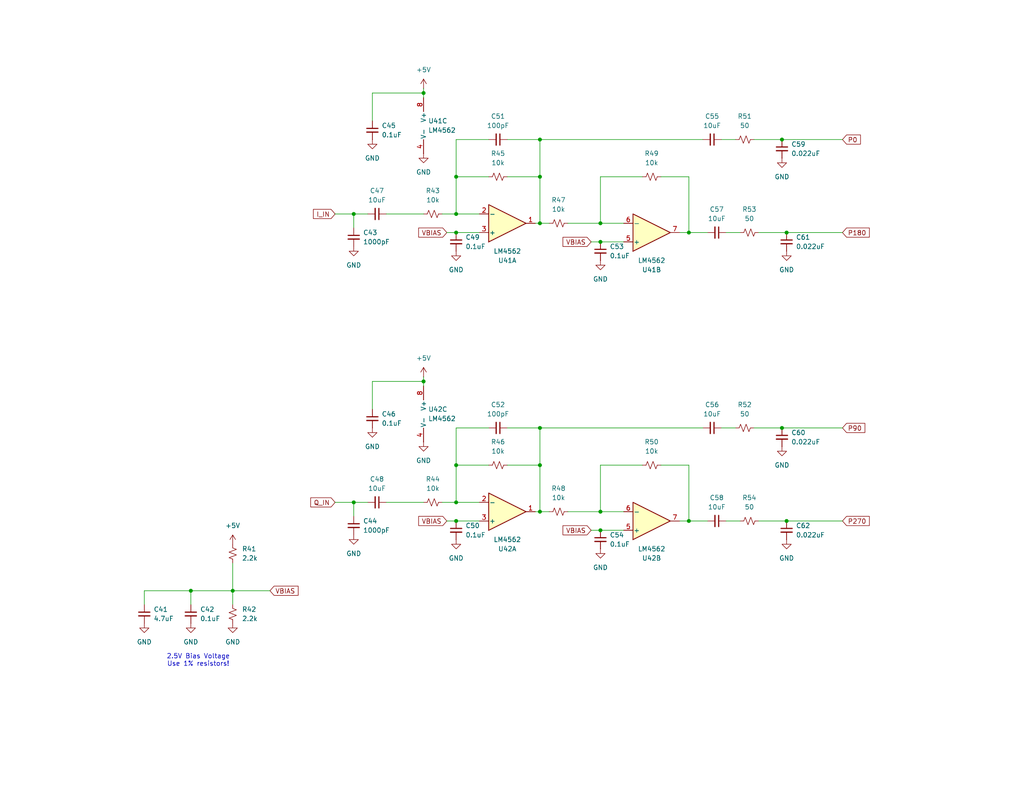
<source format=kicad_sch>
(kicad_sch (version 20231120) (generator "eeschema") (generator_version "8.0")
  (paper "USLetter")
  (title_block (title "Quadrature TX/RX Board") (date "2025-02-16") (rev "1") (company "Bruce MacKinnon KC1FSZ") (comment 1 "Copyright (C) Bruce MacKinnon, 2025") (comment 2 "NOT FOR COMMERCIAL USE"))
  (lib_symbols
    (symbol "Amplifier_Operational:LM4562" (pin_names (offset 0.127))
      (property "Reference" "U" (at 0 5.08 0))
      (property "Value" "LM4562" (at 0 -5.08 0))
      (symbol "LM4562_1_1"
        (polyline (pts (xy -5.08 5.08) (xy 5.08 0) (xy -5.08 -5.08) (xy -5.08 5.08)) (stroke (width 0.254)) (fill (type background)))
        (pin output line (at 7.62 0 180) (length 2.54) (name "~") (number "1"))
        (pin input line (at -7.62 -2.54 0) (length 2.54) (name "-") (number "2"))
        (pin input line (at -7.62 2.54 0) (length 2.54) (name "+") (number "3"))
      )
      (symbol "LM4562_2_1"
        (polyline (pts (xy -5.08 5.08) (xy 5.08 0) (xy -5.08 -5.08) (xy -5.08 5.08)) (stroke (width 0.254)) (fill (type background)))
        (pin input line (at -7.62 2.54 0) (length 2.54) (name "+") (number "5"))
        (pin input line (at -7.62 -2.54 0) (length 2.54) (name "-") (number "6"))
        (pin output line (at 7.62 0 180) (length 2.54) (name "~") (number "7"))
      )
      (symbol "LM4562_3_1"
        (pin power_in line (at -2.54 -7.62 90) (length 3.81) (name "V-") (number "4"))
        (pin power_in line (at -2.54 7.62 270) (length 3.81) (name "V+") (number "8"))
      )
    )
    (symbol "Device:C_Small" (pin_numbers hide) (pin_names (offset 0.254) hide)
      (property "Reference" "C" (at 0.254 1.778 0))
      (property "Value" "C_Small" (at 0.254 -2.032 0))
      (symbol "C_Small_0_1"
        (polyline (pts (xy -1.524 -0.508) (xy 1.524 -0.508)) (stroke (width 0.3302)))
        (polyline (pts (xy -1.524 0.508) (xy 1.524 0.508)) (stroke (width 0.3048)))
      )
      (symbol "C_Small_1_1"
        (pin passive line (at 0 2.54 270) (length 2.032) (name "~") (number "1"))
        (pin passive line (at 0 -2.54 90) (length 2.032) (name "~") (number "2"))
      )
    )
    (symbol "Device:R_Small_US" (pin_numbers hide) (pin_names (offset 0.254) hide)
      (property "Reference" "R" (at 0.762 0.508 0))
      (property "Value" "R_Small_US" (at 0.762 -1.016 0))
      (symbol "R_Small_US_1_1"
        (polyline (pts (xy 0 0) (xy 1.016 -0.381) (xy 0 -0.762) (xy -1.016 -1.143) (xy 0 -1.524)))
        (polyline (pts (xy 0 1.524) (xy 1.016 1.143) (xy 0 0.762) (xy -1.016 0.381) (xy 0 0)))
        (pin passive line (at 0 2.54 270) (length 1.016) (name "~") (number "1"))
        (pin passive line (at 0 -2.54 90) (length 1.016) (name "~") (number "2"))
      )
    )
    (symbol "power:+5V" (power) (pin_numbers hide) (pin_names (offset 0) hide)
      (property "Value" "+5V" (at 0 3.556 0))
      (symbol "+5V_0_1"
        (polyline (pts (xy -0.762 1.27) (xy 0 2.54)))
        (polyline (pts (xy 0 0) (xy 0 2.54)))
        (polyline (pts (xy 0 2.54) (xy 0.762 1.27)))
      )
      (symbol "+5V_1_1"
        (pin power_in line (at 0 0 90) (length 0) (name "~") (number "1"))
      )
    )
    (symbol "power:GND" (power) (pin_numbers hide) (pin_names (offset 0) hide)
      (property "Value" "GND" (at 0 -3.81 0))
      (symbol "GND_0_1"
        (polyline (pts (xy 0 0) (xy 0 -1.27) (xy 1.27 -1.27) (xy 0 -2.54) (xy -1.27 -1.27) (xy 0 -1.27)))
      )
      (symbol "GND_1_1"
        (pin power_in line (at 0 0 270) (length 0) (name "~") (number "1"))
      )
    )
  )
  (junction (at 163.83 60.96))
  (junction (at 63.5 161.29))
  (junction (at 124.46 142.24))
  (junction (at 163.83 144.78))
  (junction (at 147.32 38.1))
  (junction (at 96.52 137.16))
  (junction (at 147.32 127))
  (junction (at 214.63 142.24))
  (junction (at 214.63 63.5))
  (junction (at 163.83 139.7))
  (junction (at 124.46 48.26))
  (junction (at 115.57 104.14))
  (junction (at 187.96 63.5))
  (junction (at 115.57 25.4))
  (junction (at 187.96 142.24))
  (junction (at 124.46 63.5))
  (junction (at 147.32 48.26))
  (junction (at 124.46 137.16))
  (junction (at 213.36 38.1))
  (junction (at 147.32 139.7))
  (junction (at 147.32 116.84))
  (junction (at 147.32 60.96))
  (junction (at 96.52 58.42))
  (junction (at 52.07 161.29))
  (junction (at 163.83 66.04))
  (junction (at 124.46 127))
  (junction (at 124.46 58.42))
  (junction (at 213.36 116.84))
  (wire (pts (xy 115.57 25.4) (xy 115.57 26.67)))
  (wire (pts (xy 163.83 66.04) (xy 170.18 66.04)))
  (wire (pts (xy 96.52 137.16) (xy 100.33 137.16)))
  (wire (pts (xy 124.46 48.26) (xy 124.46 58.42)))
  (wire (pts (xy 138.43 116.84) (xy 147.32 116.84)))
  (wire (pts (xy 147.32 127) (xy 147.32 139.7)))
  (wire (pts (xy 196.85 116.84) (xy 200.66 116.84)))
  (wire (pts (xy 205.74 38.1) (xy 213.36 38.1)))
  (wire (pts (xy 163.83 139.7) (xy 170.18 139.7)))
  (wire (pts (xy 196.85 38.1) (xy 200.66 38.1)))
  (wire (pts (xy 115.57 104.14) (xy 115.57 105.41)))
  (wire (pts (xy 124.46 38.1) (xy 124.46 48.26)))
  (wire (pts (xy 39.37 165.1) (xy 39.37 161.29)))
  (wire (pts (xy 96.52 58.42) (xy 100.33 58.42)))
  (wire (pts (xy 138.43 38.1) (xy 147.32 38.1)))
  (wire (pts (xy 163.83 144.78) (xy 170.18 144.78)))
  (wire (pts (xy 187.96 48.26) (xy 187.96 63.5)))
  (wire (pts (xy 101.6 33.02) (xy 101.6 25.4)))
  (wire (pts (xy 124.46 116.84) (xy 124.46 127)))
  (wire (pts (xy 163.83 60.96) (xy 170.18 60.96)))
  (wire (pts (xy 147.32 38.1) (xy 191.77 38.1)))
  (wire (pts (xy 105.41 137.16) (xy 115.57 137.16)))
  (wire (pts (xy 207.01 142.24) (xy 214.63 142.24)))
  (wire (pts (xy 101.6 104.14) (xy 115.57 104.14)))
  (wire (pts (xy 163.83 127) (xy 163.83 139.7)))
  (wire (pts (xy 154.94 139.7) (xy 163.83 139.7)))
  (wire (pts (xy 133.35 48.26) (xy 124.46 48.26)))
  (wire (pts (xy 213.36 116.84) (xy 229.87 116.84)))
  (wire (pts (xy 175.26 48.26) (xy 163.83 48.26)))
  (wire (pts (xy 147.32 116.84) (xy 191.77 116.84)))
  (wire (pts (xy 175.26 127) (xy 163.83 127)))
  (wire (pts (xy 133.35 127) (xy 124.46 127)))
  (wire (pts (xy 147.32 48.26) (xy 147.32 60.96)))
  (wire (pts (xy 187.96 63.5) (xy 185.42 63.5)))
  (wire (pts (xy 161.29 66.04) (xy 163.83 66.04)))
  (wire (pts (xy 187.96 127) (xy 187.96 142.24)))
  (wire (pts (xy 115.57 102.87) (xy 115.57 104.14)))
  (wire (pts (xy 101.6 25.4) (xy 115.57 25.4)))
  (wire (pts (xy 187.96 142.24) (xy 185.42 142.24)))
  (wire (pts (xy 91.44 58.42) (xy 96.52 58.42)))
  (wire (pts (xy 133.35 116.84) (xy 124.46 116.84)))
  (wire (pts (xy 214.63 63.5) (xy 229.87 63.5)))
  (wire (pts (xy 187.96 142.24) (xy 193.04 142.24)))
  (wire (pts (xy 138.43 48.26) (xy 147.32 48.26)))
  (wire (pts (xy 121.92 63.5) (xy 124.46 63.5)))
  (wire (pts (xy 115.57 24.13) (xy 115.57 25.4)))
  (wire (pts (xy 180.34 48.26) (xy 187.96 48.26)))
  (wire (pts (xy 187.96 63.5) (xy 193.04 63.5)))
  (wire (pts (xy 198.12 63.5) (xy 201.93 63.5)))
  (wire (pts (xy 63.5 161.29) (xy 73.66 161.29)))
  (wire (pts (xy 63.5 153.67) (xy 63.5 161.29)))
  (wire (pts (xy 214.63 142.24) (xy 229.87 142.24)))
  (wire (pts (xy 52.07 161.29) (xy 63.5 161.29)))
  (wire (pts (xy 147.32 60.96) (xy 146.05 60.96)))
  (wire (pts (xy 133.35 38.1) (xy 124.46 38.1)))
  (wire (pts (xy 124.46 58.42) (xy 130.81 58.42)))
  (wire (pts (xy 147.32 139.7) (xy 146.05 139.7)))
  (wire (pts (xy 91.44 137.16) (xy 96.52 137.16)))
  (wire (pts (xy 121.92 142.24) (xy 124.46 142.24)))
  (wire (pts (xy 63.5 161.29) (xy 63.5 165.1)))
  (wire (pts (xy 96.52 137.16) (xy 96.52 140.97)))
  (wire (pts (xy 163.83 48.26) (xy 163.83 60.96)))
  (wire (pts (xy 207.01 63.5) (xy 214.63 63.5)))
  (wire (pts (xy 39.37 161.29) (xy 52.07 161.29)))
  (wire (pts (xy 147.32 116.84) (xy 147.32 127)))
  (wire (pts (xy 124.46 63.5) (xy 130.81 63.5)))
  (wire (pts (xy 180.34 127) (xy 187.96 127)))
  (wire (pts (xy 96.52 58.42) (xy 96.52 62.23)))
  (wire (pts (xy 205.74 116.84) (xy 213.36 116.84)))
  (wire (pts (xy 138.43 127) (xy 147.32 127)))
  (wire (pts (xy 120.65 137.16) (xy 124.46 137.16)))
  (wire (pts (xy 213.36 38.1) (xy 229.87 38.1)))
  (wire (pts (xy 198.12 142.24) (xy 201.93 142.24)))
  (wire (pts (xy 124.46 142.24) (xy 130.81 142.24)))
  (wire (pts (xy 101.6 111.76) (xy 101.6 104.14)))
  (wire (pts (xy 124.46 127) (xy 124.46 137.16)))
  (wire (pts (xy 147.32 139.7) (xy 149.86 139.7)))
  (wire (pts (xy 52.07 165.1) (xy 52.07 161.29)))
  (wire (pts (xy 105.41 58.42) (xy 115.57 58.42)))
  (wire (pts (xy 161.29 144.78) (xy 163.83 144.78)))
  (wire (pts (xy 124.46 137.16) (xy 130.81 137.16)))
  (wire (pts (xy 120.65 58.42) (xy 124.46 58.42)))
  (wire (pts (xy 154.94 60.96) (xy 163.83 60.96)))
  (wire (pts (xy 147.32 60.96) (xy 149.86 60.96)))
  (wire (pts (xy 147.32 38.1) (xy 147.32 48.26)))
  (text "2.5V Bias Voltage\nUse 1% resistors!" (at 54.102 180.34 0) (effects (font (size 1.27 1.27))))
  (global_label "P90" (shape input) (at 229.87 116.84 0) (property "Intersheetrefs" "${INTERSHEET_REFS}" (effects (hide yes))))
  (global_label "P180" (shape input) (at 229.87 63.5 0) (property "Intersheetrefs" "${INTERSHEET_REFS}" (effects (hide yes))))
  (global_label "VBIAS" (shape input) (at 161.29 144.78 180) (property "Intersheetrefs" "${INTERSHEET_REFS}" (effects (hide yes))))
  (global_label "I_IN" (shape input) (at 91.44 58.42 180) (property "Intersheetrefs" "${INTERSHEET_REFS}" (effects (hide yes))))
  (global_label "VBIAS" (shape input) (at 121.92 63.5 180) (property "Intersheetrefs" "${INTERSHEET_REFS}" (effects (hide yes))))
  (global_label "VBIAS" (shape input) (at 73.66 161.29 0) (property "Intersheetrefs" "${INTERSHEET_REFS}" (effects (hide yes))))
  (global_label "P0" (shape input) (at 229.87 38.1 0) (property "Intersheetrefs" "${INTERSHEET_REFS}" (effects (hide yes))))
  (global_label "VBIAS" (shape input) (at 121.92 142.24 180) (property "Intersheetrefs" "${INTERSHEET_REFS}" (effects (hide yes))))
  (global_label "Q_IN" (shape input) (at 91.44 137.16 180) (property "Intersheetrefs" "${INTERSHEET_REFS}" (effects (hide yes))))
  (global_label "VBIAS" (shape input) (at 161.29 66.04 180) (property "Intersheetrefs" "${INTERSHEET_REFS}" (effects (hide yes))))
  (global_label "P270" (shape input) (at 229.87 142.24 0) (property "Intersheetrefs" "${INTERSHEET_REFS}" (effects (hide yes))))
  (symbol (lib_id "Device:C_Small") (at 213.36 119.38 0) (unit 1)
    (property "Reference" "C60" (at 215.9 118.1162 0) (effects (justify left)))
    (property "Value" "0.022uF" (at 215.9 120.6562 0) (effects (justify left)))
    (property "Footprint" "Capacitor_SMD:C_0805_2012Metric_Pad1.18x1.45mm_HandSolder" (effects (hide yes)))
    (property "Description" "Unpolarized capacitor, small symbol" (effects (hide yes)))
  )
  (symbol (lib_id "Amplifier_Operational:LM4562") (at 177.8 142.24 0) (mirror x) (unit 2)
    (property "Reference" "U42" (at 177.8 152.4 0))
    (property "Value" "LM4562" (at 177.8 149.86 0))
    (property "Footprint" "Package_SO:SOIC-8_3.9x4.9mm_P1.27mm" (effects (hide yes)))
    (property "Datasheet" "http://www.ti.com/lit/ds/symlink/lm4562.pdf" (effects (hide yes)))
    (property "Description" "Dual High-Performance, High-Fidelity Audio Operational Amplifier, DIP-8/SOIC-8/TO-99-8" (effects (hide yes)))
  )
  (symbol (lib_id "Device:C_Small") (at 195.58 142.24 270) (unit 1)
    (property "Reference" "C58" (at 195.5736 135.89 90))
    (property "Value" "10uF" (at 195.5736 138.43 90))
    (property "Footprint" "Capacitor_SMD:C_0805_2012Metric_Pad1.18x1.45mm_HandSolder" (effects (hide yes)))
    (property "Description" "Unpolarized capacitor, small symbol" (effects (hide yes)))
  )
  (symbol (lib_id "Device:C_Small") (at 102.87 137.16 270) (unit 1)
    (property "Reference" "C48" (at 102.8636 130.81 90))
    (property "Value" "10uF" (at 102.8636 133.35 90))
    (property "Footprint" "Capacitor_SMD:C_0805_2012Metric_Pad1.18x1.45mm_HandSolder" (effects (hide yes)))
    (property "Description" "Unpolarized capacitor, small symbol" (effects (hide yes)))
  )
  (symbol (lib_id "Device:C_Small") (at 214.63 66.04 0) (unit 1)
    (property "Reference" "C61" (at 217.17 64.7762 0) (effects (justify left)))
    (property "Value" "0.022uF" (at 217.17 67.3162 0) (effects (justify left)))
    (property "Footprint" "Capacitor_SMD:C_0805_2012Metric_Pad1.18x1.45mm_HandSolder" (effects (hide yes)))
    (property "Description" "Unpolarized capacitor, small symbol" (effects (hide yes)))
  )
  (symbol (lib_id "Amplifier_Operational:LM4562") (at 138.43 60.96 0) (mirror x) (unit 1)
    (property "Reference" "U41" (at 138.43 71.12 0))
    (property "Value" "LM4562" (at 138.43 68.58 0))
    (property "Footprint" "Package_SO:SOIC-8_3.9x4.9mm_P1.27mm" (effects (hide yes)))
    (property "Datasheet" "http://www.ti.com/lit/ds/symlink/lm4562.pdf" (effects (hide yes)))
    (property "Description" "Dual High-Performance, High-Fidelity Audio Operational Amplifier, DIP-8/SOIC-8/TO-99-8" (effects (hide yes)))
  )
  (symbol (lib_id "Device:C_Small") (at 214.63 144.78 0) (unit 1)
    (property "Reference" "C62" (at 217.17 143.5162 0) (effects (justify left)))
    (property "Value" "0.022uF" (at 217.17 146.0562 0) (effects (justify left)))
    (property "Footprint" "Capacitor_SMD:C_0805_2012Metric_Pad1.18x1.45mm_HandSolder" (effects (hide yes)))
    (property "Description" "Unpolarized capacitor, small symbol" (effects (hide yes)))
  )
  (symbol (lib_id "power:GND") (at 163.83 149.86 0) (unit 1)
    (property "Reference" "#PWR046" (effects (hide yes)))
    (property "Value" "GND" (at 163.83 154.94 0))
    (property "Description" "Power symbol creates a global label with name \"GND\" , ground" (effects (hide yes)))
  )
  (symbol (lib_id "Device:C_Small") (at 213.36 40.64 0) (unit 1)
    (property "Reference" "C59" (at 215.9 39.3762 0) (effects (justify left)))
    (property "Value" "0.022uF" (at 215.9 41.9162 0) (effects (justify left)))
    (property "Footprint" "Capacitor_SMD:C_0805_2012Metric_Pad1.18x1.45mm_HandSolder" (effects (hide yes)))
    (property "Description" "Unpolarized capacitor, small symbol" (effects (hide yes)))
  )
  (symbol (lib_id "Device:R_Small_US") (at 177.8 48.26 90) (unit 1)
    (property "Reference" "R49" (at 177.8 41.91 90))
    (property "Value" "10k" (at 177.8 44.45 90))
    (property "Footprint" "Resistor_SMD:R_0805_2012Metric_Pad1.20x1.40mm_HandSolder" (effects (hide yes)))
    (property "Description" "Resistor, small US symbol" (effects (hide yes)))
  )
  (symbol (lib_id "power:GND") (at 39.37 170.18 0) (unit 1)
    (property "Reference" "#PWR031" (effects (hide yes)))
    (property "Value" "GND" (at 39.37 175.26 0))
    (property "Description" "Power symbol creates a global label with name \"GND\" , ground" (effects (hide yes)))
  )
  (symbol (lib_id "power:GND") (at 101.6 38.1 0) (unit 1)
    (property "Reference" "#PWR037" (effects (hide yes)))
    (property "Value" "GND" (at 101.6 43.18 0))
    (property "Description" "Power symbol creates a global label with name \"GND\" , ground" (effects (hide yes)))
  )
  (symbol (lib_id "Device:R_Small_US") (at 204.47 142.24 90) (unit 1)
    (property "Reference" "R54" (at 204.47 135.89 90))
    (property "Value" "50" (at 204.47 138.43 90))
    (property "Footprint" "Resistor_SMD:R_0805_2012Metric_Pad1.20x1.40mm_HandSolder" (effects (hide yes)))
    (property "Description" "Resistor, small US symbol" (effects (hide yes)))
  )
  (symbol (lib_id "Device:R_Small_US") (at 204.47 63.5 90) (unit 1)
    (property "Reference" "R53" (at 204.47 57.15 90))
    (property "Value" "50" (at 204.47 59.69 90))
    (property "Footprint" "Resistor_SMD:R_0805_2012Metric_Pad1.20x1.40mm_HandSolder" (effects (hide yes)))
    (property "Description" "Resistor, small US symbol" (effects (hide yes)))
  )
  (symbol (lib_id "power:GND") (at 213.36 121.92 0) (unit 1)
    (property "Reference" "#PWR048" (effects (hide yes)))
    (property "Value" "GND" (at 213.36 127 0))
    (property "Description" "Power symbol creates a global label with name \"GND\" , ground" (effects (hide yes)))
  )
  (symbol (lib_id "power:+5V") (at 115.57 24.13 0) (unit 1)
    (property "Reference" "#PWR039" (effects (hide yes)))
    (property "Value" "+5V" (at 115.57 19.05 0))
    (property "Description" "Power symbol creates a global label with name \"+5V\"" (effects (hide yes)))
  )
  (symbol (lib_id "Device:C_Small") (at 101.6 35.56 0) (unit 1)
    (property "Reference" "C45" (at 104.14 34.2962 0) (effects (justify left)))
    (property "Value" "0.1uF" (at 104.14 36.8362 0) (effects (justify left)))
    (property "Footprint" "Capacitor_SMD:C_0805_2012Metric_Pad1.18x1.45mm_HandSolder" (effects (hide yes)))
    (property "Description" "Unpolarized capacitor, small symbol" (effects (hide yes)))
  )
  (symbol (lib_id "Device:C_Small") (at 102.87 58.42 270) (unit 1)
    (property "Reference" "C47" (at 102.8636 52.07 90))
    (property "Value" "10uF" (at 102.8636 54.61 90))
    (property "Footprint" "Capacitor_SMD:C_0805_2012Metric_Pad1.18x1.45mm_HandSolder" (effects (hide yes)))
    (property "Description" "Unpolarized capacitor, small symbol" (effects (hide yes)))
  )
  (symbol (lib_id "Amplifier_Operational:LM4562") (at 118.11 113.03 0) (unit 3)
    (property "Reference" "U42" (at 116.84 111.7599 0) (effects (justify left)))
    (property "Value" "LM4562" (at 116.84 114.2999 0) (effects (justify left)))
    (property "Footprint" "Package_SO:SOIC-8_3.9x4.9mm_P1.27mm" (effects (hide yes)))
    (property "Datasheet" "http://www.ti.com/lit/ds/symlink/lm4562.pdf" (effects (hide yes)))
    (property "Description" "Dual High-Performance, High-Fidelity Audio Operational Amplifier, DIP-8/SOIC-8/TO-99-8" (effects (hide yes)))
  )
  (symbol (lib_id "power:GND") (at 96.52 67.31 0) (unit 1)
    (property "Reference" "#PWR035" (effects (hide yes)))
    (property "Value" "GND" (at 96.52 72.39 0))
    (property "Description" "Power symbol creates a global label with name \"GND\" , ground" (effects (hide yes)))
  )
  (symbol (lib_id "power:GND") (at 214.63 147.32 0) (unit 1)
    (property "Reference" "#PWR050" (effects (hide yes)))
    (property "Value" "GND" (at 214.63 152.4 0))
    (property "Description" "Power symbol creates a global label with name \"GND\" , ground" (effects (hide yes)))
  )
  (symbol (lib_id "power:GND") (at 124.46 147.32 0) (unit 1)
    (property "Reference" "#PWR044" (effects (hide yes)))
    (property "Value" "GND" (at 124.46 152.4 0))
    (property "Description" "Power symbol creates a global label with name \"GND\" , ground" (effects (hide yes)))
  )
  (symbol (lib_id "Device:C_Small") (at 163.83 147.32 0) (unit 1)
    (property "Reference" "C54" (at 166.37 146.0562 0) (effects (justify left)))
    (property "Value" "0.1uF" (at 166.37 148.5962 0) (effects (justify left)))
    (property "Footprint" "Capacitor_SMD:C_0805_2012Metric_Pad1.18x1.45mm_HandSolder" (effects (hide yes)))
    (property "Description" "Unpolarized capacitor, small symbol" (effects (hide yes)))
  )
  (symbol (lib_id "Device:C_Small") (at 96.52 143.51 0) (unit 1)
    (property "Reference" "C44" (at 99.06 142.2462 0) (effects (justify left)))
    (property "Value" "1000pF" (at 99.06 144.7862 0) (effects (justify left)))
    (property "Footprint" "Capacitor_SMD:C_0805_2012Metric_Pad1.18x1.45mm_HandSolder" (effects (hide yes)))
    (property "Description" "Unpolarized capacitor, small symbol" (effects (hide yes)))
  )
  (symbol (lib_id "Device:R_Small_US") (at 118.11 58.42 90) (unit 1)
    (property "Reference" "R43" (at 118.11 52.07 90))
    (property "Value" "10k" (at 118.11 54.61 90))
    (property "Footprint" "Resistor_SMD:R_0805_2012Metric_Pad1.20x1.40mm_HandSolder" (effects (hide yes)))
    (property "Description" "Resistor, small US symbol" (effects (hide yes)))
  )
  (symbol (lib_id "Amplifier_Operational:LM4562") (at 118.11 34.29 0) (unit 3)
    (property "Reference" "U41" (at 116.84 33.0199 0) (effects (justify left)))
    (property "Value" "LM4562" (at 116.84 35.5599 0) (effects (justify left)))
    (property "Footprint" "Package_SO:SOIC-8_3.9x4.9mm_P1.27mm" (effects (hide yes)))
    (property "Datasheet" "http://www.ti.com/lit/ds/symlink/lm4562.pdf" (effects (hide yes)))
    (property "Description" "Dual High-Performance, High-Fidelity Audio Operational Amplifier, DIP-8/SOIC-8/TO-99-8" (effects (hide yes)))
  )
  (symbol (lib_id "Device:C_Small") (at 39.37 167.64 0) (unit 1)
    (property "Reference" "C41" (at 41.91 166.3762 0) (effects (justify left)))
    (property "Value" "4.7uF" (at 41.91 168.9162 0) (effects (justify left)))
    (property "Footprint" "Capacitor_SMD:C_0805_2012Metric_Pad1.18x1.45mm_HandSolder" (effects (hide yes)))
    (property "Description" "Unpolarized capacitor, small symbol" (effects (hide yes)))
  )
  (symbol (lib_id "Device:R_Small_US") (at 203.2 38.1 90) (unit 1)
    (property "Reference" "R51" (at 203.2 31.75 90))
    (property "Value" "50" (at 203.2 34.29 90))
    (property "Footprint" "Resistor_SMD:R_0805_2012Metric_Pad1.20x1.40mm_HandSolder" (effects (hide yes)))
    (property "Description" "Resistor, small US symbol" (effects (hide yes)))
  )
  (symbol (lib_id "power:+5V") (at 63.5 148.59 0) (unit 1)
    (property "Reference" "#PWR033" (effects (hide yes)))
    (property "Value" "+5V" (at 63.5 143.51 0))
    (property "Description" "Power symbol creates a global label with name \"+5V\"" (effects (hide yes)))
  )
  (symbol (lib_id "Device:C_Small") (at 194.31 116.84 270) (unit 1)
    (property "Reference" "C56" (at 194.3036 110.49 90))
    (property "Value" "10uF" (at 194.3036 113.03 90))
    (property "Footprint" "Capacitor_SMD:C_0805_2012Metric_Pad1.18x1.45mm_HandSolder" (effects (hide yes)))
    (property "Description" "Unpolarized capacitor, small symbol" (effects (hide yes)))
  )
  (symbol (lib_id "Device:C_Small") (at 195.58 63.5 270) (unit 1)
    (property "Reference" "C57" (at 195.5736 57.15 90))
    (property "Value" "10uF" (at 195.5736 59.69 90))
    (property "Footprint" "Capacitor_SMD:C_0805_2012Metric_Pad1.18x1.45mm_HandSolder" (effects (hide yes)))
    (property "Description" "Unpolarized capacitor, small symbol" (effects (hide yes)))
  )
  (symbol (lib_id "power:GND") (at 115.57 120.65 0) (unit 1)
    (property "Reference" "#PWR042" (effects (hide yes)))
    (property "Value" "GND" (at 115.57 125.73 0))
    (property "Description" "Power symbol creates a global label with name \"GND\" , ground" (effects (hide yes)))
  )
  (symbol (lib_id "Device:C_Small") (at 124.46 66.04 0) (unit 1)
    (property "Reference" "C49" (at 127 64.7762 0) (effects (justify left)))
    (property "Value" "0.1uF" (at 127 67.3162 0) (effects (justify left)))
    (property "Footprint" "Capacitor_SMD:C_0805_2012Metric_Pad1.18x1.45mm_HandSolder" (effects (hide yes)))
    (property "Description" "Unpolarized capacitor, small symbol" (effects (hide yes)))
  )
  (symbol (lib_id "Device:R_Small_US") (at 177.8 127 90) (unit 1)
    (property "Reference" "R50" (at 177.8 120.65 90))
    (property "Value" "10k" (at 177.8 123.19 90))
    (property "Footprint" "Resistor_SMD:R_0805_2012Metric_Pad1.20x1.40mm_HandSolder" (effects (hide yes)))
    (property "Description" "Resistor, small US symbol" (effects (hide yes)))
  )
  (symbol (lib_id "power:GND") (at 101.6 116.84 0) (unit 1)
    (property "Reference" "#PWR038" (effects (hide yes)))
    (property "Value" "GND" (at 101.6 121.92 0))
    (property "Description" "Power symbol creates a global label with name \"GND\" , ground" (effects (hide yes)))
  )
  (symbol (lib_id "Device:C_Small") (at 124.46 144.78 0) (unit 1)
    (property "Reference" "C50" (at 127 143.5162 0) (effects (justify left)))
    (property "Value" "0.1uF" (at 127 146.0562 0) (effects (justify left)))
    (property "Footprint" "Capacitor_SMD:C_0805_2012Metric_Pad1.18x1.45mm_HandSolder" (effects (hide yes)))
    (property "Description" "Unpolarized capacitor, small symbol" (effects (hide yes)))
  )
  (symbol (lib_id "power:GND") (at 214.63 68.58 0) (unit 1)
    (property "Reference" "#PWR049" (effects (hide yes)))
    (property "Value" "GND" (at 214.63 73.66 0))
    (property "Description" "Power symbol creates a global label with name \"GND\" , ground" (effects (hide yes)))
  )
  (symbol (lib_id "Device:R_Small_US") (at 152.4 139.7 90) (unit 1)
    (property "Reference" "R48" (at 152.4 133.35 90))
    (property "Value" "10k" (at 152.4 135.89 90))
    (property "Footprint" "Resistor_SMD:R_0805_2012Metric_Pad1.20x1.40mm_HandSolder" (effects (hide yes)))
    (property "Description" "Resistor, small US symbol" (effects (hide yes)))
  )
  (symbol (lib_id "power:GND") (at 63.5 170.18 0) (unit 1)
    (property "Reference" "#PWR034" (effects (hide yes)))
    (property "Value" "GND" (at 63.5 175.26 0))
    (property "Description" "Power symbol creates a global label with name \"GND\" , ground" (effects (hide yes)))
  )
  (symbol (lib_id "Device:C_Small") (at 96.52 64.77 0) (unit 1)
    (property "Reference" "C43" (at 99.06 63.5062 0) (effects (justify left)))
    (property "Value" "1000pF" (at 99.06 66.0462 0) (effects (justify left)))
    (property "Footprint" "Capacitor_SMD:C_0805_2012Metric_Pad1.18x1.45mm_HandSolder" (effects (hide yes)))
    (property "Description" "Unpolarized capacitor, small symbol" (effects (hide yes)))
  )
  (symbol (lib_id "power:GND") (at 163.83 71.12 0) (unit 1)
    (property "Reference" "#PWR045" (effects (hide yes)))
    (property "Value" "GND" (at 163.83 76.2 0))
    (property "Description" "Power symbol creates a global label with name \"GND\" , ground" (effects (hide yes)))
  )
  (symbol (lib_id "power:GND") (at 52.07 170.18 0) (unit 1)
    (property "Reference" "#PWR032" (effects (hide yes)))
    (property "Value" "GND" (at 52.07 175.26 0))
    (property "Description" "Power symbol creates a global label with name \"GND\" , ground" (effects (hide yes)))
  )
  (symbol (lib_id "Device:C_Small") (at 101.6 114.3 0) (unit 1)
    (property "Reference" "C46" (at 104.14 113.0362 0) (effects (justify left)))
    (property "Value" "0.1uF" (at 104.14 115.5762 0) (effects (justify left)))
    (property "Footprint" "Capacitor_SMD:C_0805_2012Metric_Pad1.18x1.45mm_HandSolder" (effects (hide yes)))
    (property "Description" "Unpolarized capacitor, small symbol" (effects (hide yes)))
  )
  (symbol (lib_id "Device:C_Small") (at 163.83 68.58 0) (unit 1)
    (property "Reference" "C53" (at 166.37 67.3162 0) (effects (justify left)))
    (property "Value" "0.1uF" (at 166.37 69.8562 0) (effects (justify left)))
    (property "Footprint" "Capacitor_SMD:C_0805_2012Metric_Pad1.18x1.45mm_HandSolder" (effects (hide yes)))
    (property "Description" "Unpolarized capacitor, small symbol" (effects (hide yes)))
  )
  (symbol (lib_id "Amplifier_Operational:LM4562") (at 177.8 63.5 0) (mirror x) (unit 2)
    (property "Reference" "U41" (at 177.8 73.66 0))
    (property "Value" "LM4562" (at 177.8 71.12 0))
    (property "Footprint" "Package_SO:SOIC-8_3.9x4.9mm_P1.27mm" (effects (hide yes)))
    (property "Datasheet" "http://www.ti.com/lit/ds/symlink/lm4562.pdf" (effects (hide yes)))
    (property "Description" "Dual High-Performance, High-Fidelity Audio Operational Amplifier, DIP-8/SOIC-8/TO-99-8" (effects (hide yes)))
  )
  (symbol (lib_id "Device:R_Small_US") (at 203.2 116.84 90) (unit 1)
    (property "Reference" "R52" (at 203.2 110.49 90))
    (property "Value" "50" (at 203.2 113.03 90))
    (property "Footprint" "Resistor_SMD:R_0805_2012Metric_Pad1.20x1.40mm_HandSolder" (effects (hide yes)))
    (property "Description" "Resistor, small US symbol" (effects (hide yes)))
  )
  (symbol (lib_id "Device:C_Small") (at 135.89 116.84 270) (unit 1)
    (property "Reference" "C52" (at 135.8836 110.49 90))
    (property "Value" "100pF" (at 135.8836 113.03 90))
    (property "Footprint" "Capacitor_SMD:C_0805_2012Metric_Pad1.18x1.45mm_HandSolder" (effects (hide yes)))
    (property "Description" "Unpolarized capacitor, small symbol" (effects (hide yes)))
  )
  (symbol (lib_id "Device:C_Small") (at 135.89 38.1 270) (unit 1)
    (property "Reference" "C51" (at 135.8836 31.75 90))
    (property "Value" "100pF" (at 135.8836 34.29 90))
    (property "Footprint" "Capacitor_SMD:C_0805_2012Metric_Pad1.18x1.45mm_HandSolder" (effects (hide yes)))
    (property "Description" "Unpolarized capacitor, small symbol" (effects (hide yes)))
  )
  (symbol (lib_id "power:GND") (at 115.57 41.91 0) (unit 1)
    (property "Reference" "#PWR040" (effects (hide yes)))
    (property "Value" "GND" (at 115.57 46.99 0))
    (property "Description" "Power symbol creates a global label with name \"GND\" , ground" (effects (hide yes)))
  )
  (symbol (lib_id "Device:R_Small_US") (at 63.5 151.13 0) (unit 1)
    (property "Reference" "R41" (at 66.04 149.8599 0) (effects (justify left)))
    (property "Value" "2.2k" (at 66.04 152.3999 0) (effects (justify left)))
    (property "Footprint" "Resistor_SMD:R_0805_2012Metric_Pad1.20x1.40mm_HandSolder" (effects (hide yes)))
    (property "Description" "Resistor, small US symbol" (effects (hide yes)))
  )
  (symbol (lib_id "Device:R_Small_US") (at 63.5 167.64 0) (unit 1)
    (property "Reference" "R42" (at 66.04 166.3699 0) (effects (justify left)))
    (property "Value" "2.2k" (at 66.04 168.9099 0) (effects (justify left)))
    (property "Footprint" "Resistor_SMD:R_0805_2012Metric_Pad1.20x1.40mm_HandSolder" (effects (hide yes)))
    (property "Description" "Resistor, small US symbol" (effects (hide yes)))
  )
  (symbol (lib_id "power:GND") (at 124.46 68.58 0) (unit 1)
    (property "Reference" "#PWR043" (effects (hide yes)))
    (property "Value" "GND" (at 124.46 73.66 0))
    (property "Description" "Power symbol creates a global label with name \"GND\" , ground" (effects (hide yes)))
  )
  (symbol (lib_id "Device:R_Small_US") (at 152.4 60.96 90) (unit 1)
    (property "Reference" "R47" (at 152.4 54.61 90))
    (property "Value" "10k" (at 152.4 57.15 90))
    (property "Footprint" "Resistor_SMD:R_0805_2012Metric_Pad1.20x1.40mm_HandSolder" (effects (hide yes)))
    (property "Description" "Resistor, small US symbol" (effects (hide yes)))
  )
  (symbol (lib_id "power:GND") (at 96.52 146.05 0) (unit 1)
    (property "Reference" "#PWR036" (effects (hide yes)))
    (property "Value" "GND" (at 96.52 151.13 0))
    (property "Description" "Power symbol creates a global label with name \"GND\" , ground" (effects (hide yes)))
  )
  (symbol (lib_id "Device:R_Small_US") (at 118.11 137.16 90) (unit 1)
    (property "Reference" "R44" (at 118.11 130.81 90))
    (property "Value" "10k" (at 118.11 133.35 90))
    (property "Footprint" "Resistor_SMD:R_0805_2012Metric_Pad1.20x1.40mm_HandSolder" (effects (hide yes)))
    (property "Description" "Resistor, small US symbol" (effects (hide yes)))
  )
  (symbol (lib_id "power:GND") (at 213.36 43.18 0) (unit 1)
    (property "Reference" "#PWR047" (effects (hide yes)))
    (property "Value" "GND" (at 213.36 48.26 0))
    (property "Description" "Power symbol creates a global label with name \"GND\" , ground" (effects (hide yes)))
  )
  (symbol (lib_id "power:+5V") (at 115.57 102.87 0) (unit 1)
    (property "Reference" "#PWR041" (effects (hide yes)))
    (property "Value" "+5V" (at 115.57 97.79 0))
    (property "Description" "Power symbol creates a global label with name \"+5V\"" (effects (hide yes)))
  )
  (symbol (lib_id "Amplifier_Operational:LM4562") (at 138.43 139.7 0) (mirror x) (unit 1)
    (property "Reference" "U42" (at 138.43 149.86 0))
    (property "Value" "LM4562" (at 138.43 147.32 0))
    (property "Footprint" "Package_SO:SOIC-8_3.9x4.9mm_P1.27mm" (effects (hide yes)))
    (property "Datasheet" "http://www.ti.com/lit/ds/symlink/lm4562.pdf" (effects (hide yes)))
    (property "Description" "Dual High-Performance, High-Fidelity Audio Operational Amplifier, DIP-8/SOIC-8/TO-99-8" (effects (hide yes)))
  )
  (symbol (lib_id "Device:R_Small_US") (at 135.89 48.26 90) (unit 1)
    (property "Reference" "R45" (at 135.89 41.91 90))
    (property "Value" "10k" (at 135.89 44.45 90))
    (property "Footprint" "Resistor_SMD:R_0805_2012Metric_Pad1.20x1.40mm_HandSolder" (effects (hide yes)))
    (property "Description" "Resistor, small US symbol" (effects (hide yes)))
  )
  (symbol (lib_id "Device:R_Small_US") (at 135.89 127 90) (unit 1)
    (property "Reference" "R46" (at 135.89 120.65 90))
    (property "Value" "10k" (at 135.89 123.19 90))
    (property "Footprint" "Resistor_SMD:R_0805_2012Metric_Pad1.20x1.40mm_HandSolder" (effects (hide yes)))
    (property "Description" "Resistor, small US symbol" (effects (hide yes)))
  )
  (symbol (lib_id "Device:C_Small") (at 194.31 38.1 270) (unit 1)
    (property "Reference" "C55" (at 194.3036 31.75 90))
    (property "Value" "10uF" (at 194.3036 34.29 90))
    (property "Footprint" "Capacitor_SMD:C_0805_2012Metric_Pad1.18x1.45mm_HandSolder" (effects (hide yes)))
    (property "Description" "Unpolarized capacitor, small symbol" (effects (hide yes)))
  )
  (symbol (lib_id "Device:C_Small") (at 52.07 167.64 0) (unit 1)
    (property "Reference" "C42" (at 54.61 166.3762 0) (effects (justify left)))
    (property "Value" "0.1uF" (at 54.61 168.9162 0) (effects (justify left)))
    (property "Footprint" "Capacitor_SMD:C_0805_2012Metric_Pad1.18x1.45mm_HandSolder" (effects (hide yes)))
    (property "Description" "Unpolarized capacitor, small symbol" (effects (hide yes)))
  )
)
</source>
